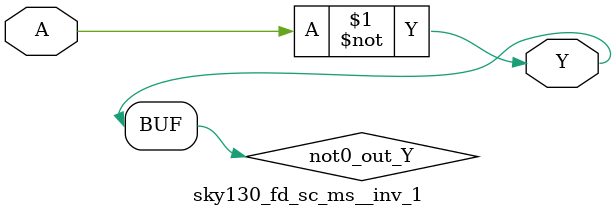
<source format=v>
/*
 * Copyright 2020 The SkyWater PDK Authors
 *
 * Licensed under the Apache License, Version 2.0 (the "License");
 * you may not use this file except in compliance with the License.
 * You may obtain a copy of the License at
 *
 *     https://www.apache.org/licenses/LICENSE-2.0
 *
 * Unless required by applicable law or agreed to in writing, software
 * distributed under the License is distributed on an "AS IS" BASIS,
 * WITHOUT WARRANTIES OR CONDITIONS OF ANY KIND, either express or implied.
 * See the License for the specific language governing permissions and
 * limitations under the License.
 *
 * SPDX-License-Identifier: Apache-2.0
*/


`ifndef SKY130_FD_SC_MS__INV_1_FUNCTIONAL_V
`define SKY130_FD_SC_MS__INV_1_FUNCTIONAL_V

/**
 * inv: Inverter.
 *
 * Verilog simulation functional model.
 */

`timescale 1ns / 1ps
`default_nettype none

`celldefine
module sky130_fd_sc_ms__inv_1 (
    Y,
    A
);

    // Module ports
    output Y;
    input  A;

    // Local signals
    wire not0_out_Y;

    //  Name  Output      Other arguments
    not not0 (not0_out_Y, A              );
    buf buf0 (Y         , not0_out_Y     );

endmodule
`endcelldefine

`default_nettype wire
`endif  // SKY130_FD_SC_MS__INV_1_FUNCTIONAL_V

</source>
